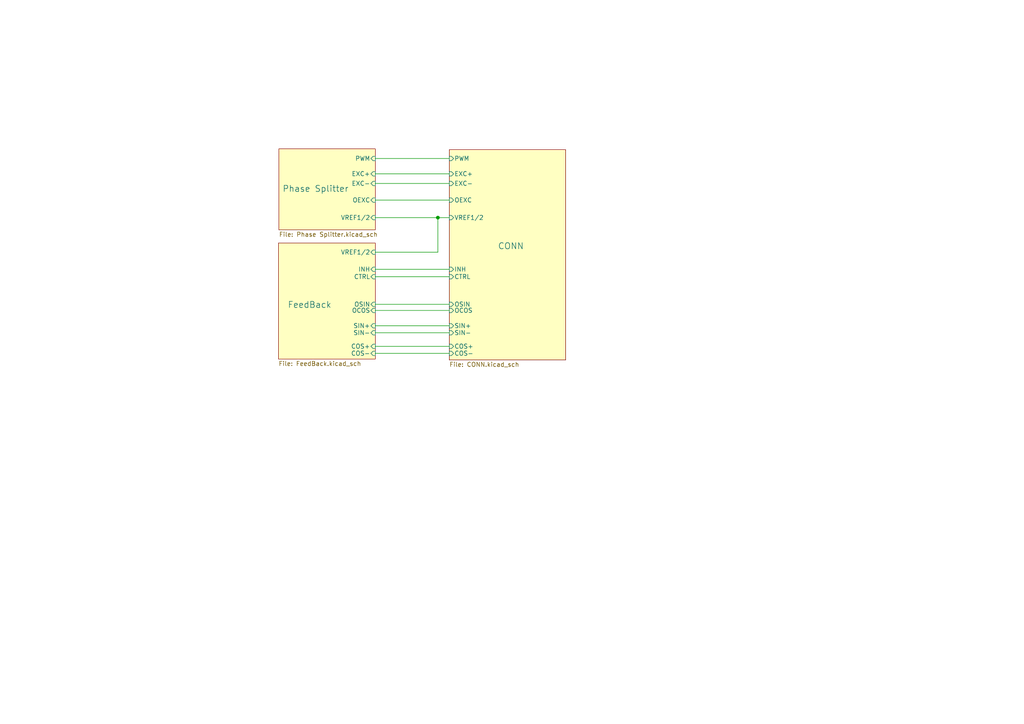
<source format=kicad_sch>
(kicad_sch (version 20230121) (generator eeschema)
  (paper "A4")
  (title_block (comment 1 "MAINENTRY"))
  (lib_symbols)
  (junction (at 127 63.119))
  (wire (pts (xy 108.839 96.52) (xy 130.302 96.52)))
  (wire (pts (xy 108.839 58.039) (xy 130.302 58.039)))
  (wire (pts (xy 108.839 102.489) (xy 130.302 102.489)))
  (wire (pts (xy 127 63.119) (xy 130.302 63.119)))
  (wire (pts (xy 108.839 100.457) (xy 130.302 100.457)))
  (wire (pts (xy 108.839 90.043) (xy 130.302 90.043)))
  (wire (pts (xy 108.839 88.265) (xy 130.302 88.265)))
  (wire (pts (xy 108.839 45.974) (xy 130.302 45.974)))
  (wire (pts (xy 127 63.119) (xy 127 73.152)))
  (wire (pts (xy 108.839 78.105) (xy 130.302 78.105)))
  (wire (pts (xy 108.839 80.264) (xy 130.302 80.264)))
  (wire (pts (xy 108.839 94.488) (xy 130.302 94.488)))
  (wire (pts (xy 108.839 73.152) (xy 127 73.152)))
  (wire (pts (xy 108.839 63.119) (xy 127 63.119)))
  (wire (pts (xy 108.839 53.213) (xy 130.302 53.213)))
  (wire (pts (xy 108.839 50.419) (xy 130.302 50.419)))
  (sheet (at 80.772 70.485) (size 28.067 33.655) (stroke (width 0.1524)) (fill (color 255 255 194 1.0000))
    (property "Sheetname" "FeedBack" (at 83.439 89.408 0) (effects (font (size 1.778 1.778)) (justify left bottom)))
    (property "Sheetfile" "FeedBack.kicad_sch" (at 80.772 104.7246 0) (effects (justify left top)))
    (pin "VREF1{slash}2" input (at 108.839 73.152 0))
    (pin "OSIN" input (at 108.839 88.265 0))
    (pin "OCOS" input (at 108.839 90.043 0))
    (pin "INH" input (at 108.839 78.105 0))
    (pin "CTRL" input (at 108.839 80.264 0))
    (pin "COS+" input (at 108.839 100.457 0))
    (pin "COS-" input (at 108.839 102.489 0))
    (pin "SIN+" input (at 108.839 94.488 0))
    (pin "SIN-" input (at 108.839 96.52 0))
  )
  (sheet (at 80.899 43.18) (size 27.94 23.495) (stroke (width 0.1524)) (fill (color 255 255 194 1.0000))
    (property "Sheetname" "Phase Splitter" (at 81.915 55.753 0) (effects (font (size 1.778 1.778)) (justify left bottom)))
    (property "Sheetfile" "Phase Splitter.kicad_sch" (at 80.899 67.2596 0) (effects (justify left top)))
    (pin "EXC+" input (at 108.839 50.419 0))
    (pin "OEXC" input (at 108.839 58.039 0))
    (pin "VREF1{slash}2" input (at 108.839 63.119 0))
    (pin "PWM" input (at 108.839 45.974 0))
    (pin "EXC-" input (at 108.839 53.213 0))
  )
  (sheet (at 130.302 43.434) (size 33.782 60.96) (stroke (width 0.1524)) (fill (color 255 255 194 1.0000))
    (property "Sheetname" "CONN" (at 144.399 72.39 0) (effects (font (size 1.778 1.778)) (justify left bottom)))
    (property "Sheetfile" "CONN.kicad_sch" (at 130.302 104.9786 0) (effects (justify left top)))
    (pin "EXC+" input (at 130.302 50.419 180))
    (pin "SIN-" input (at 130.302 96.52 180))
    (pin "EXC-" input (at 130.302 53.213 180))
    (pin "COS-" input (at 130.302 102.489 180))
    (pin "COS+" input (at 130.302 100.457 180))
    (pin "INH" input (at 130.302 78.105 180))
    (pin "CTRL" input (at 130.302 80.264 180))
    (pin "VREF1{slash}2" input (at 130.302 63.119 180))
    (pin "PWM" input (at 130.302 45.974 180))
    (pin "OCOS" input (at 130.302 90.043 180))
    (pin "OSIN" input (at 130.302 88.265 180))
    (pin "SIN+" input (at 130.302 94.488 180))
    (pin "OEXC" input (at 130.302 58.039 180))
  )
)
</source>
